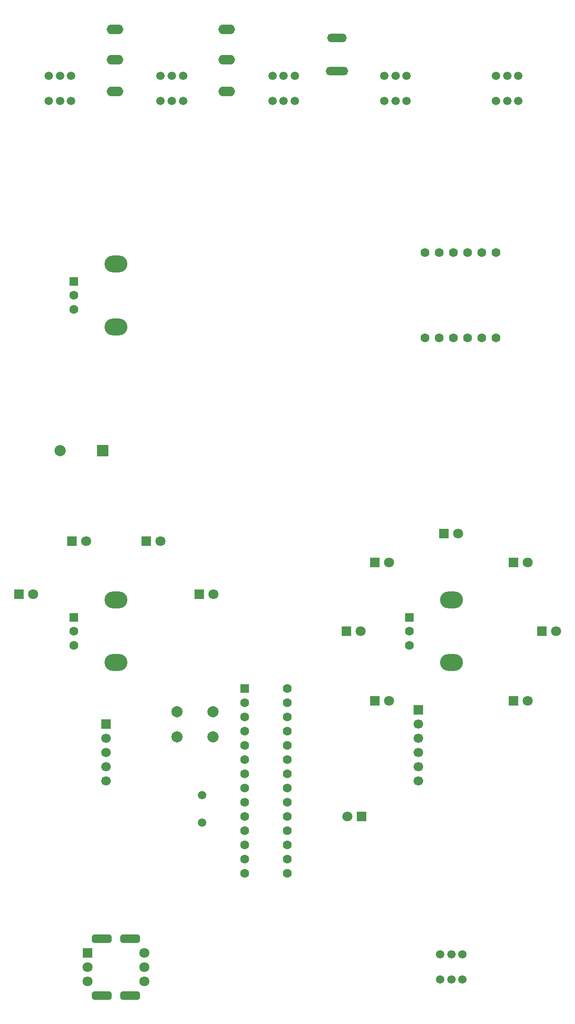
<source format=gbr>
%TF.GenerationSoftware,KiCad,Pcbnew,9.0.6*%
%TF.CreationDate,2026-02-15T15:53:08-05:00*%
%TF.ProjectId,Darkroom Timer,4461726b-726f-46f6-9d20-54696d65722e,rev?*%
%TF.SameCoordinates,Original*%
%TF.FileFunction,Soldermask,Bot*%
%TF.FilePolarity,Negative*%
%FSLAX46Y46*%
G04 Gerber Fmt 4.6, Leading zero omitted, Abs format (unit mm)*
G04 Created by KiCad (PCBNEW 9.0.6) date 2026-02-15 15:53:08*
%MOMM*%
%LPD*%
G01*
G04 APERTURE LIST*
G04 Aperture macros list*
%AMRoundRect*
0 Rectangle with rounded corners*
0 $1 Rounding radius*
0 $2 $3 $4 $5 $6 $7 $8 $9 X,Y pos of 4 corners*
0 Add a 4 corners polygon primitive as box body*
4,1,4,$2,$3,$4,$5,$6,$7,$8,$9,$2,$3,0*
0 Add four circle primitives for the rounded corners*
1,1,$1+$1,$2,$3*
1,1,$1+$1,$4,$5*
1,1,$1+$1,$6,$7*
1,1,$1+$1,$8,$9*
0 Add four rect primitives between the rounded corners*
20,1,$1+$1,$2,$3,$4,$5,0*
20,1,$1+$1,$4,$5,$6,$7,0*
20,1,$1+$1,$6,$7,$8,$9,0*
20,1,$1+$1,$8,$9,$2,$3,0*%
G04 Aperture macros list end*
%ADD10C,1.498600*%
%ADD11R,1.800000X1.800000*%
%ADD12C,1.800000*%
%ADD13O,3.008000X1.708000*%
%ADD14R,2.000000X2.000000*%
%ADD15C,2.000000*%
%ADD16O,4.013200X1.498600*%
%ADD17O,3.505200X1.498600*%
%ADD18RoundRect,0.250000X-0.550000X-0.550000X0.550000X-0.550000X0.550000X0.550000X-0.550000X0.550000X0*%
%ADD19C,1.600000*%
%ADD20O,4.100000X3.000000*%
%ADD21C,1.500000*%
%ADD22R,1.700000X1.700000*%
%ADD23C,1.700000*%
%ADD24RoundRect,0.375000X-1.375000X-0.375000X1.375000X-0.375000X1.375000X0.375000X-1.375000X0.375000X0*%
%ADD25C,1.604000*%
G04 APERTURE END LIST*
D10*
%TO.C,SW8*%
X98000000Y-32749999D03*
X100000000Y-32749999D03*
X102000001Y-32749999D03*
X98000000Y-37250000D03*
X100000000Y-37250000D03*
X102000001Y-37250000D03*
%TD*%
D11*
%TO.C,D13*%
X93980000Y-165100000D03*
D12*
X91440000Y-165100000D03*
%TD*%
D13*
%TO.C,J1*%
X49845000Y-24445000D03*
X49845000Y-29845000D03*
X49845000Y-35544999D03*
%TD*%
D10*
%TO.C,SW6*%
X58000000Y-32749999D03*
X60000000Y-32749999D03*
X62000001Y-32749999D03*
X58000000Y-37250000D03*
X60000000Y-37250000D03*
X62000001Y-37250000D03*
%TD*%
D14*
%TO.C,BZ1*%
X47625000Y-99695000D03*
D15*
X40025000Y-99695000D03*
%TD*%
D16*
%TO.C,J3*%
X89535000Y-31944201D03*
D17*
X89535000Y-25944200D03*
%TD*%
D15*
%TO.C,SW11*%
X60885000Y-146340000D03*
X67385000Y-146340000D03*
X60885000Y-150840000D03*
X67385000Y-150840000D03*
%TD*%
D18*
%TO.C,SW1*%
X42500000Y-69500000D03*
D19*
X42500000Y-74500000D03*
X42500000Y-72000000D03*
D20*
X50000000Y-66400000D03*
X50000000Y-77600000D03*
%TD*%
D10*
%TO.C,SW10*%
X108000000Y-189749999D03*
X110000000Y-189749999D03*
X112000001Y-189749999D03*
X108000000Y-194250000D03*
X110000000Y-194250000D03*
X112000001Y-194250000D03*
%TD*%
D11*
%TO.C,D9*%
X121115000Y-119700000D03*
D12*
X123655000Y-119700000D03*
%TD*%
D11*
%TO.C,D11*%
X121150000Y-144400000D03*
D12*
X123690000Y-144400000D03*
%TD*%
D13*
%TO.C,J5*%
X69850000Y-24445000D03*
X69850000Y-29845000D03*
X69850000Y-35544999D03*
%TD*%
D11*
%TO.C,D10*%
X126245000Y-132000000D03*
D12*
X128785000Y-132000000D03*
%TD*%
D11*
%TO.C,D4*%
X64900000Y-125400000D03*
D12*
X67440000Y-125400000D03*
%TD*%
D21*
%TO.C,Y2*%
X65405000Y-161290000D03*
X65405000Y-166170000D03*
%TD*%
D22*
%TO.C,J2*%
X48260000Y-148590000D03*
D23*
X48260000Y-151130000D03*
X48260000Y-153670000D03*
X48260000Y-156210000D03*
X48260000Y-158750000D03*
%TD*%
D11*
%TO.C,D8*%
X108689039Y-114520000D03*
D12*
X111229039Y-114520000D03*
%TD*%
D11*
%TO.C,D1*%
X32610000Y-125400000D03*
D12*
X35150000Y-125400000D03*
%TD*%
D11*
%TO.C,SW4*%
X44920000Y-189450000D03*
D12*
X55080000Y-189450000D03*
X55080000Y-191990000D03*
X55080000Y-194530000D03*
X44920000Y-194530000D03*
X44920000Y-191990000D03*
D24*
X47460000Y-186910000D03*
X47460000Y-197070000D03*
X52540000Y-186910000D03*
X52540000Y-197070000D03*
%TD*%
D11*
%TO.C,D2*%
X42110000Y-115900000D03*
D12*
X44650000Y-115900000D03*
%TD*%
D18*
%TO.C,SW3*%
X102500000Y-129500000D03*
D19*
X102500000Y-134500000D03*
X102500000Y-132000000D03*
D20*
X110000000Y-126400000D03*
X110000000Y-137600000D03*
%TD*%
D25*
%TO.C,DS1*%
X105300000Y-79620000D03*
X107840000Y-79620000D03*
X110380000Y-79620000D03*
X112920000Y-79620000D03*
X115460000Y-79620000D03*
X118000000Y-79620000D03*
X118000000Y-64380000D03*
X115460000Y-64380000D03*
X112920000Y-64380000D03*
X110380000Y-64380000D03*
X107840000Y-64380000D03*
X105300000Y-64380000D03*
%TD*%
D10*
%TO.C,SW5*%
X38000000Y-32749999D03*
X40000000Y-32749999D03*
X42000001Y-32749999D03*
X38000000Y-37250000D03*
X40000000Y-37250000D03*
X42000001Y-37250000D03*
%TD*%
D11*
%TO.C,D7*%
X96335000Y-119700000D03*
D12*
X98875000Y-119700000D03*
%TD*%
D11*
%TO.C,D3*%
X55400000Y-115900000D03*
D12*
X57940000Y-115900000D03*
%TD*%
D10*
%TO.C,SW9*%
X118000000Y-32749999D03*
X120000000Y-32749999D03*
X122000001Y-32749999D03*
X118000000Y-37250000D03*
X120000000Y-37250000D03*
X122000001Y-37250000D03*
%TD*%
D22*
%TO.C,J4*%
X104140000Y-146050000D03*
D23*
X104140000Y-148590000D03*
X104140000Y-151130000D03*
X104140000Y-153670000D03*
X104140000Y-156210000D03*
X104140000Y-158750000D03*
%TD*%
D11*
%TO.C,D6*%
X91255000Y-132000000D03*
D12*
X93795000Y-132000000D03*
%TD*%
D11*
%TO.C,D5*%
X96350000Y-144400000D03*
D12*
X98890000Y-144400000D03*
%TD*%
D18*
%TO.C,SW2*%
X42500000Y-129500000D03*
D19*
X42500000Y-134500000D03*
X42500000Y-132000000D03*
D20*
X50000000Y-126400000D03*
X50000000Y-137600000D03*
%TD*%
D18*
%TO.C,U3*%
X73025000Y-142240000D03*
D19*
X73025000Y-144780000D03*
X73025000Y-147320000D03*
X73025000Y-149860000D03*
X73025000Y-152400000D03*
X73025000Y-154940000D03*
X73025000Y-157480000D03*
X73025000Y-160020000D03*
X73025000Y-162560000D03*
X73025000Y-165100000D03*
X73025000Y-167640000D03*
X73025000Y-170180000D03*
X73025000Y-172720000D03*
X73025000Y-175260000D03*
X80645000Y-175260000D03*
X80645000Y-172720000D03*
X80645000Y-170180000D03*
X80645000Y-167640000D03*
X80645000Y-165100000D03*
X80645000Y-162560000D03*
X80645000Y-160020000D03*
X80645000Y-157480000D03*
X80645000Y-154940000D03*
X80645000Y-152400000D03*
X80645000Y-149860000D03*
X80645000Y-147320000D03*
X80645000Y-144780000D03*
X80645000Y-142240000D03*
%TD*%
D10*
%TO.C,SW7*%
X78000000Y-32749999D03*
X80000000Y-32749999D03*
X82000001Y-32749999D03*
X78000000Y-37250000D03*
X80000000Y-37250000D03*
X82000001Y-37250000D03*
%TD*%
M02*

</source>
